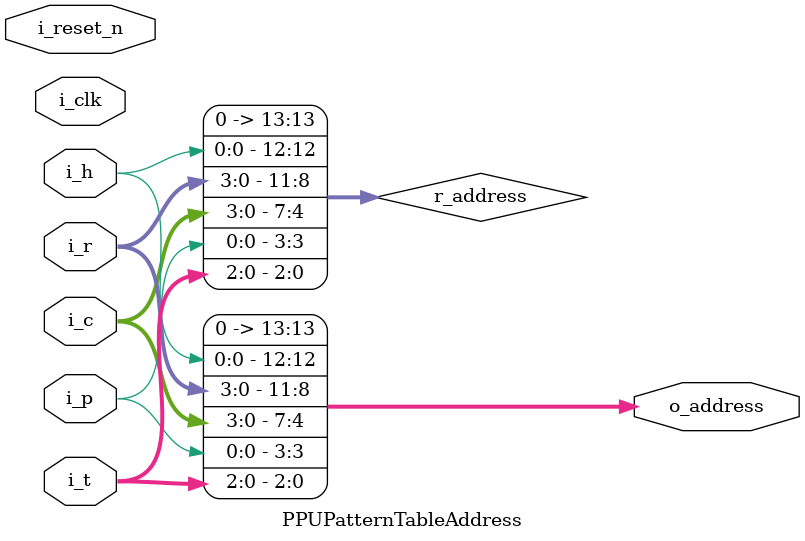
<source format=v>
module PPUPatternTableAddress(
    /* verilator lint_off UNUSED */
    input i_clk,
    input i_reset_n,
    /* verilator lint_on UNUSED */

    input [2:0] i_t,                // fine Y offset, the row number within a tile
    input i_p,                      // bit plane: 0=lower, 1=upper
    input [3:0] i_c,                // tile column (=low nibble of nametable entry)
    input [3:0] i_r,                // tile row (=high nibble of nametable entry)
    input i_h,                      // Half of the sprite table: 0=left, 1=right (from PPUCTRL)

    output [13:0] o_address
);

// https://wiki.nesdev.com/w/index.php/PPU_pattern_tables

reg [13:0] r_address;

always @(*)
begin
    r_address = {1'b0, i_h, i_r, i_c, i_p, i_t};
end

assign o_address = r_address;

endmodule
</source>
